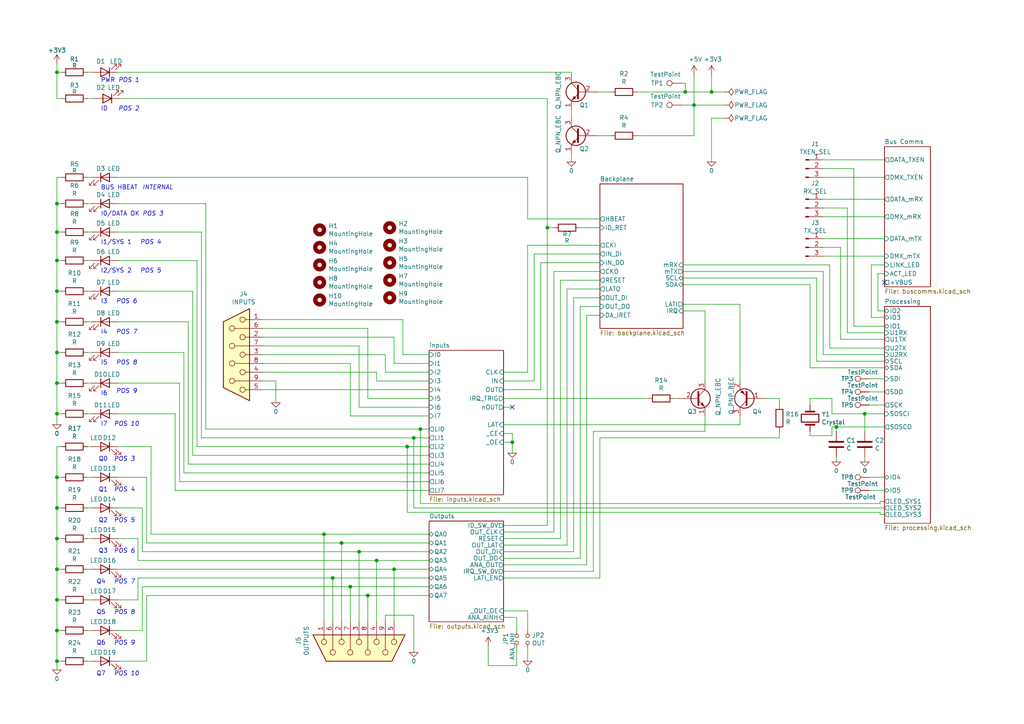
<source format=kicad_sch>
(kicad_sch (version 20211123) (generator eeschema)
  (paper "A4")
  (lib_symbols
    (symbol "Connector:Conn_01x03_Male" (pin_names (offset 1.016) hide)
      (property "Reference" "J" (at 0 5.08 0))
      (property "Value" "Conn_01x03_Male" (at 0 -5.08 0))
      (symbol "Conn_01x03_Male_1_1"
        (pin passive line (at 5.08 2.54 180) (length 3.81) (name "Pin_1") (number "1"))
        (pin passive line (at 5.08 0 180) (length 3.81) (name "Pin_2") (number "2"))
        (pin passive line (at 5.08 -2.54 180) (length 3.81) (name "Pin_3") (number "3"))
      )
    )
    (symbol "Connector:DB9_Female" (pin_names (offset 1.016) hide)
      (property "Reference" "J" (at 0 13.97 0))
      (property "Value" "DB9_Female" (at 0 -14.605 0))
      (symbol "DB9_Female_1_1"
        (pin passive line (at -7.62 10.16 0) (length 3.81) (name "1") (number "1"))
        (pin passive line (at -7.62 5.08 0) (length 3.81) (name "2") (number "2"))
        (pin passive line (at -7.62 0 0) (length 3.81) (name "3") (number "3"))
        (pin passive line (at -7.62 -5.08 0) (length 3.81) (name "4") (number "4"))
        (pin passive line (at -7.62 -10.16 0) (length 3.81) (name "5") (number "5"))
        (pin passive line (at -7.62 7.62 0) (length 3.81) (name "6") (number "6"))
        (pin passive line (at -7.62 2.54 0) (length 3.81) (name "7") (number "7"))
        (pin passive line (at -7.62 -2.54 0) (length 3.81) (name "8") (number "8"))
        (pin passive line (at -7.62 -7.62 0) (length 3.81) (name "9") (number "9"))
      )
    )
    (symbol "Connector:TestPoint" (pin_numbers hide) (pin_names (offset 0.762) hide)
      (property "Reference" "TP" (at 0 6.858 0))
      (property "Value" "TestPoint" (at 0 5.08 0))
      (symbol "TestPoint_1_1"
        (pin passive line (at 0 0 90) (length 2.54) (name "1") (number "1"))
      )
    )
    (symbol "Device:C" (pin_numbers hide) (pin_names (offset 0.254))
      (property "Reference" "C" (at 0.635 2.54 0))
      (property "Value" "C" (at 0.635 -2.54 0))
      (symbol "C_1_1"
        (pin passive line (at 0 3.81 270) (length 2.794) (name "~") (number "1"))
        (pin passive line (at 0 -3.81 90) (length 2.794) (name "~") (number "2"))
      )
    )
    (symbol "Device:Crystal" (pin_numbers hide) (pin_names (offset 1.016) hide)
      (property "Reference" "Y" (at 0 3.81 0))
      (property "Value" "Crystal" (at 0 -3.81 0))
      (symbol "Crystal_1_1"
        (pin passive line (at -3.81 0 0) (length 1.27) (name "1") (number "1"))
        (pin passive line (at 3.81 0 180) (length 1.27) (name "2") (number "2"))
      )
    )
    (symbol "Device:Jumper_NO_Small" (pin_numbers hide) (pin_names (offset 0.762) hide)
      (property "Reference" "JP" (at 0 2.032 0))
      (property "Value" "Device_Jumper_NO_Small" (at 0.254 -1.524 0))
      (symbol "Jumper_NO_Small_0_1"
        (pin passive line (at -2.54 0 0) (length 1.016) (name "1") (number "1"))
        (pin passive line (at 2.54 0 180) (length 1.016) (name "2") (number "2"))
      )
    )
    (symbol "Device:LED" (pin_numbers hide) (pin_names (offset 1.016) hide)
      (property "Reference" "D" (at 0 2.54 0))
      (property "Value" "LED" (at 0 -2.54 0))
      (symbol "LED_1_1"
        (pin passive line (at -3.81 0 0) (length 2.54) (name "K") (number "1"))
        (pin passive line (at 3.81 0 180) (length 2.54) (name "A") (number "2"))
      )
    )
    (symbol "Device:Q_NPN_EBC" (pin_names (offset 0) hide)
      (property "Reference" "Q" (at 5.08 1.27 0))
      (property "Value" "Q_NPN_EBC" (at 5.08 -1.27 0))
      (symbol "Q_NPN_EBC_1_1"
        (pin passive line (at 2.54 -5.08 90) (length 2.54) (name "E") (number "1"))
        (pin passive line (at -5.08 0 0) (length 5.715) (name "B") (number "2"))
        (pin passive line (at 2.54 5.08 270) (length 2.54) (name "C") (number "3"))
      )
    )
    (symbol "Device:Q_PNP_BEC" (pin_names (offset 0) hide)
      (property "Reference" "Q" (at 5.08 1.27 0))
      (property "Value" "Q_PNP_BEC" (at 5.08 -1.27 0))
      (symbol "Q_PNP_BEC_1_1"
        (pin input line (at -5.08 0 0) (length 5.715) (name "B") (number "1"))
        (pin passive line (at 2.54 -5.08 90) (length 2.54) (name "E") (number "2"))
        (pin passive line (at 2.54 5.08 270) (length 2.54) (name "C") (number "3"))
      )
    )
    (symbol "Device:R" (pin_numbers hide) (pin_names (offset 0))
      (property "Reference" "R" (at 2.032 0 90))
      (property "Value" "R" (at 0 0 90))
      (symbol "R_1_1"
        (pin passive line (at 0 3.81 270) (length 1.27) (name "~") (number "1"))
        (pin passive line (at 0 -3.81 90) (length 1.27) (name "~") (number "2"))
      )
    )
    (symbol "Mechanical:MountingHole" (pin_names (offset 1.016))
      (property "Reference" "H" (at 0 5.08 0))
      (property "Value" "MountingHole" (at 0 3.175 0))
    )
    (symbol "power:+3V3" (power) (pin_names (offset 0))
      (property "Value" "+3V3" (at 0 3.556 0))
      (symbol "+3V3_1_1"
        (pin power_in line (at 0 0 90) (length 0) hide (name "+3V3") (number "1"))
      )
    )
    (symbol "power:+5V" (power) (pin_names (offset 0))
      (property "Value" "+5V" (at 0 3.556 0))
      (symbol "+5V_1_1"
        (pin power_in line (at 0 0 90) (length 0) hide (name "+5V") (number "1"))
      )
    )
    (symbol "power:PWR_FLAG" (power) (pin_numbers hide) (pin_names (offset 0) hide)
      (property "Value" "PWR_FLAG" (at 0 3.81 0))
      (symbol "PWR_FLAG_0_0"
        (pin power_out line (at 0 0 90) (length 0) (name "pwr") (number "1"))
      )
    )
    (symbol "pspice:0" (power) (pin_names (offset 0))
      (property "Value" "0" (at 0 -1.778 0))
      (symbol "0_1_1"
        (pin power_in line (at 0 0 0) (length 0) hide (name "0") (number "1"))
      )
    )
  )
  (junction (at 16.51 20.955))
  (junction (at 120.015 127))
  (junction (at 93.98 154.94))
  (junction (at 16.51 147.32))
  (junction (at 16.51 111.125))
  (junction (at 16.51 138.43))
  (junction (at 114.3 165.1))
  (junction (at 16.51 84.455))
  (junction (at 101.6 170.18))
  (junction (at 16.51 59.055))
  (junction (at 16.51 191.77))
  (junction (at 109.22 162.56))
  (junction (at 242.57 123.825))
  (junction (at 198.755 26.67))
  (junction (at 16.51 67.31))
  (junction (at 148.59 128.27))
  (junction (at 16.51 182.88))
  (junction (at 118.11 129.54))
  (junction (at 16.51 93.345))
  (junction (at 158.75 66.04))
  (junction (at 201.295 30.48))
  (junction (at 16.51 75.565))
  (junction (at 206.375 26.67))
  (junction (at 106.68 172.72))
  (junction (at 104.14 160.02))
  (junction (at 99.06 157.48))
  (junction (at 121.92 124.46))
  (junction (at 16.51 102.235))
  (junction (at 96.52 167.64))
  (junction (at 16.51 165.1))
  (junction (at 16.51 173.99))
  (junction (at 250.825 120.015))
  (junction (at 16.51 156.21))
  (junction (at 16.51 120.015))
  (no_connect (at 256.54 81.915))
  (no_connect (at 148.59 118.11))
  (wire (pts (xy 17.78 156.21) (xy 16.51 156.21)))
  (wire (pts (xy 96.52 180.34) (xy 96.52 167.64)))
  (wire (pts (xy 256.54 69.215) (xy 238.76 69.215)))
  (wire (pts (xy 26.67 20.955) (xy 25.4 20.955)))
  (wire (pts (xy 111.76 107.95) (xy 124.46 107.95)))
  (wire (pts (xy 206.375 21.59) (xy 206.375 26.67)))
  (wire (pts (xy 114.3 180.34) (xy 114.3 165.1)))
  (wire (pts (xy 109.22 180.34) (xy 109.22 162.56)))
  (wire (pts (xy 101.6 170.18) (xy 124.46 170.18)))
  (wire (pts (xy 166.37 86.36) (xy 173.99 86.36)))
  (wire (pts (xy 173.99 81.28) (xy 162.56 81.28)))
  (wire (pts (xy 254.635 90.17) (xy 254.635 79.375)))
  (wire (pts (xy 256.54 90.17) (xy 254.635 90.17)))
  (wire (pts (xy 226.06 125.095) (xy 226.06 127)))
  (wire (pts (xy 99.06 157.48) (xy 124.46 157.48)))
  (wire (pts (xy 109.22 162.56) (xy 124.46 162.56)))
  (wire (pts (xy 195.58 115.57) (xy 196.85 115.57)))
  (wire (pts (xy 111.76 107.95) (xy 111.76 102.87)))
  (wire (pts (xy 101.6 170.18) (xy 101.6 180.34)))
  (wire (pts (xy 42.545 157.48) (xy 42.545 138.43)))
  (wire (pts (xy 118.11 148.59) (xy 255.27 148.59)))
  (wire (pts (xy 204.47 120.65) (xy 204.47 125.095)))
  (wire (pts (xy 106.68 95.25) (xy 106.68 115.57)))
  (wire (pts (xy 256.54 113.665) (xy 252.095 113.665)))
  (wire (pts (xy 256.54 74.295) (xy 238.76 74.295)))
  (wire (pts (xy 252.73 76.835) (xy 256.54 76.835)))
  (wire (pts (xy 120.015 147.32) (xy 120.015 127)))
  (wire (pts (xy 172.085 125.095) (xy 172.085 165.735)))
  (wire (pts (xy 58.42 127) (xy 120.015 127)))
  (wire (pts (xy 118.11 129.54) (xy 124.46 129.54)))
  (wire (pts (xy 234.95 82.55) (xy 234.95 106.68)))
  (wire (pts (xy 256.54 46.355) (xy 238.76 46.355)))
  (wire (pts (xy 16.51 93.345) (xy 16.51 102.235)))
  (wire (pts (xy 156.845 76.2) (xy 173.99 76.2)))
  (wire (pts (xy 148.59 128.27) (xy 148.59 125.73)))
  (wire (pts (xy 25.4 191.77) (xy 26.67 191.77)))
  (wire (pts (xy 43.815 154.94) (xy 43.815 129.54)))
  (wire (pts (xy 34.925 28.575) (xy 158.75 28.575)))
  (wire (pts (xy 256.54 92.075) (xy 252.73 92.075)))
  (wire (pts (xy 34.29 51.435) (xy 153.035 51.435)))
  (wire (pts (xy 121.92 146.05) (xy 255.27 146.05)))
  (wire (pts (xy 34.29 93.345) (xy 54.61 93.345)))
  (wire (pts (xy 41.275 147.32) (xy 34.29 147.32)))
  (wire (pts (xy 256.54 102.87) (xy 238.76 102.87)))
  (wire (pts (xy 106.68 180.34) (xy 106.68 172.72)))
  (wire (pts (xy 76.2 102.87) (xy 111.76 102.87)))
  (wire (pts (xy 55.88 132.08) (xy 55.88 84.455)))
  (wire (pts (xy 111.76 178.435) (xy 120.015 178.435)))
  (wire (pts (xy 26.67 165.1) (xy 25.4 165.1)))
  (wire (pts (xy 80.01 110.49) (xy 80.01 116.84)))
  (wire (pts (xy 26.67 93.345) (xy 25.4 93.345)))
  (wire (pts (xy 34.29 182.88) (xy 41.275 182.88)))
  (wire (pts (xy 17.78 75.565) (xy 16.51 75.565)))
  (wire (pts (xy 99.06 180.34) (xy 99.06 157.48)))
  (wire (pts (xy 41.275 170.18) (xy 101.6 170.18)))
  (wire (pts (xy 153.035 63.5) (xy 153.035 51.435)))
  (wire (pts (xy 158.75 28.575) (xy 158.75 66.04)))
  (wire (pts (xy 93.98 154.94) (xy 124.46 154.94)))
  (wire (pts (xy 256.54 138.43) (xy 252.095 138.43)))
  (wire (pts (xy 242.57 133.985) (xy 242.57 132.715)))
  (wire (pts (xy 50.8 142.24) (xy 124.46 142.24)))
  (wire (pts (xy 76.2 92.71) (xy 116.84 92.71)))
  (wire (pts (xy 26.67 111.125) (xy 25.4 111.125)))
  (wire (pts (xy 255.27 146.05) (xy 255.27 145.415)))
  (wire (pts (xy 243.84 71.755) (xy 238.76 71.755)))
  (wire (pts (xy 34.29 84.455) (xy 55.88 84.455)))
  (wire (pts (xy 153.035 63.5) (xy 173.99 63.5)))
  (wire (pts (xy 16.51 18.415) (xy 16.51 20.955)))
  (wire (pts (xy 17.78 84.455) (xy 16.51 84.455)))
  (wire (pts (xy 226.06 115.57) (xy 222.25 115.57)))
  (wire (pts (xy 59.69 124.46) (xy 59.69 59.055)))
  (wire (pts (xy 184.785 39.37) (xy 201.295 39.37)))
  (wire (pts (xy 173.99 127) (xy 173.99 167.64)))
  (wire (pts (xy 255.27 149.225) (xy 255.27 148.59)))
  (wire (pts (xy 168.275 88.9) (xy 168.275 161.925)))
  (wire (pts (xy 34.29 120.015) (xy 50.8 120.015)))
  (wire (pts (xy 164.465 83.82) (xy 173.99 83.82)))
  (wire (pts (xy 201.295 39.37) (xy 201.295 30.48)))
  (wire (pts (xy 41.275 160.02) (xy 104.14 160.02)))
  (wire (pts (xy 43.815 154.94) (xy 93.98 154.94)))
  (wire (pts (xy 40.005 162.56) (xy 40.005 156.21)))
  (wire (pts (xy 54.61 134.62) (xy 124.46 134.62)))
  (wire (pts (xy 17.78 20.955) (xy 16.51 20.955)))
  (wire (pts (xy 16.51 138.43) (xy 16.51 147.32)))
  (wire (pts (xy 247.65 48.895) (xy 238.76 48.895)))
  (wire (pts (xy 76.2 107.95) (xy 109.22 107.95)))
  (wire (pts (xy 16.51 59.055) (xy 16.51 51.435)))
  (wire (pts (xy 114.3 165.1) (xy 124.46 165.1)))
  (wire (pts (xy 243.84 98.425) (xy 256.54 98.425)))
  (wire (pts (xy 16.51 156.21) (xy 16.51 165.1)))
  (wire (pts (xy 26.67 147.32) (xy 25.4 147.32)))
  (wire (pts (xy 16.51 165.1) (xy 16.51 173.99)))
  (wire (pts (xy 121.92 124.46) (xy 121.92 146.05)))
  (wire (pts (xy 26.67 129.54) (xy 25.4 129.54)))
  (wire (pts (xy 40.005 156.21) (xy 34.29 156.21)))
  (wire (pts (xy 149.86 193.04) (xy 149.86 187.96)))
  (wire (pts (xy 17.78 129.54) (xy 16.51 129.54)))
  (wire (pts (xy 16.51 20.955) (xy 16.51 28.575)))
  (wire (pts (xy 104.14 160.02) (xy 124.46 160.02)))
  (wire (pts (xy 236.855 104.775) (xy 256.54 104.775)))
  (wire (pts (xy 26.67 120.015) (xy 25.4 120.015)))
  (wire (pts (xy 17.78 173.99) (xy 16.51 173.99)))
  (wire (pts (xy 101.6 105.41) (xy 101.6 120.65)))
  (wire (pts (xy 16.51 75.565) (xy 16.51 84.455)))
  (wire (pts (xy 146.05 158.115) (xy 164.465 158.115)))
  (wire (pts (xy 146.05 179.07) (xy 149.86 179.07)))
  (wire (pts (xy 256.54 109.855) (xy 252.095 109.855)))
  (wire (pts (xy 104.14 180.34) (xy 104.14 160.02)))
  (wire (pts (xy 238.76 78.74) (xy 238.76 102.87)))
  (wire (pts (xy 241.3 120.015) (xy 250.825 120.015)))
  (wire (pts (xy 252.73 92.075) (xy 252.73 76.835)))
  (wire (pts (xy 245.745 96.52) (xy 245.745 60.325)))
  (wire (pts (xy 40.005 167.64) (xy 96.52 167.64)))
  (wire (pts (xy 50.8 120.015) (xy 50.8 142.24)))
  (wire (pts (xy 17.78 120.015) (xy 16.51 120.015)))
  (wire (pts (xy 116.84 102.87) (xy 124.46 102.87)))
  (wire (pts (xy 187.96 115.57) (xy 146.05 115.57)))
  (wire (pts (xy 173.99 127) (xy 226.06 127)))
  (wire (pts (xy 58.42 127) (xy 58.42 67.31)))
  (wire (pts (xy 148.59 118.11) (xy 146.05 118.11)))
  (wire (pts (xy 166.37 86.36) (xy 166.37 160.02)))
  (wire (pts (xy 146.05 160.02) (xy 166.37 160.02)))
  (wire (pts (xy 17.78 138.43) (xy 16.51 138.43)))
  (wire (pts (xy 43.815 129.54) (xy 34.29 129.54)))
  (wire (pts (xy 146.05 128.27) (xy 148.59 128.27)))
  (wire (pts (xy 146.05 177.165) (xy 153.035 177.165)))
  (wire (pts (xy 106.68 172.72) (xy 124.46 172.72)))
  (wire (pts (xy 26.67 182.88) (xy 25.4 182.88)))
  (wire (pts (xy 141.605 193.04) (xy 149.86 193.04)))
  (wire (pts (xy 146.05 167.64) (xy 173.99 167.64)))
  (wire (pts (xy 170.18 91.44) (xy 170.18 163.83)))
  (wire (pts (xy 40.005 162.56) (xy 109.22 162.56)))
  (wire (pts (xy 76.2 97.79) (xy 114.3 97.79)))
  (wire (pts (xy 256.54 57.785) (xy 238.76 57.785)))
  (wire (pts (xy 146.05 107.95) (xy 153.035 107.95)))
  (wire (pts (xy 104.14 100.33) (xy 104.14 118.11)))
  (wire (pts (xy 17.78 93.345) (xy 16.51 93.345)))
  (wire (pts (xy 17.78 67.31) (xy 16.51 67.31)))
  (wire (pts (xy 247.65 94.615) (xy 247.65 48.895)))
  (wire (pts (xy 173.99 91.44) (xy 170.18 91.44)))
  (wire (pts (xy 146.05 156.21) (xy 162.56 156.21)))
  (wire (pts (xy 16.51 191.77) (xy 16.51 194.31)))
  (wire (pts (xy 16.51 147.32) (xy 16.51 156.21)))
  (wire (pts (xy 226.06 117.475) (xy 226.06 115.57)))
  (wire (pts (xy 153.035 71.12) (xy 173.99 71.12)))
  (wire (pts (xy 160.655 66.04) (xy 158.75 66.04)))
  (wire (pts (xy 197.485 30.48) (xy 201.295 30.48)))
  (wire (pts (xy 141.605 187.325) (xy 141.605 193.04)))
  (wire (pts (xy 184.785 26.67) (xy 198.755 26.67)))
  (wire (pts (xy 104.14 118.11) (xy 124.46 118.11)))
  (wire (pts (xy 206.375 34.29) (xy 210.185 34.29)))
  (wire (pts (xy 57.15 129.54) (xy 118.11 129.54)))
  (wire (pts (xy 214.63 88.265) (xy 198.12 88.265)))
  (wire (pts (xy 241.3 126.365) (xy 234.95 126.365)))
  (wire (pts (xy 26.67 156.21) (xy 25.4 156.21)))
  (wire (pts (xy 256.54 51.435) (xy 238.76 51.435)))
  (wire (pts (xy 76.2 113.03) (xy 124.46 113.03)))
  (wire (pts (xy 198.755 26.67) (xy 206.375 26.67)))
  (wire (pts (xy 154.94 73.66) (xy 154.94 110.49)))
  (wire (pts (xy 40.005 167.64) (xy 40.005 173.99)))
  (wire (pts (xy 26.67 67.31) (xy 25.4 67.31)))
  (wire (pts (xy 27.305 28.575) (xy 25.4 28.575)))
  (wire (pts (xy 198.12 78.74) (xy 238.76 78.74)))
  (wire (pts (xy 198.755 24.13) (xy 198.755 26.67)))
  (wire (pts (xy 173.355 26.67) (xy 177.165 26.67)))
  (wire (pts (xy 210.185 26.67) (xy 206.375 26.67)))
  (wire (pts (xy 201.295 21.59) (xy 201.295 30.48)))
  (wire (pts (xy 76.2 100.33) (xy 104.14 100.33)))
  (wire (pts (xy 34.29 59.055) (xy 59.69 59.055)))
  (wire (pts (xy 16.51 173.99) (xy 16.51 182.88)))
  (wire (pts (xy 59.69 124.46) (xy 121.92 124.46)))
  (wire (pts (xy 241.3 123.825) (xy 241.3 126.365)))
  (wire (pts (xy 34.29 102.235) (xy 53.34 102.235)))
  (wire (pts (xy 236.855 80.645) (xy 236.855 104.775)))
  (wire (pts (xy 16.51 59.055) (xy 16.51 67.31)))
  (wire (pts (xy 52.07 111.125) (xy 52.07 139.7)))
  (wire (pts (xy 76.2 95.25) (xy 106.68 95.25)))
  (wire (pts (xy 42.545 172.72) (xy 42.545 191.77)))
  (wire (pts (xy 168.275 66.04) (xy 173.99 66.04)))
  (wire (pts (xy 26.67 59.055) (xy 25.4 59.055)))
  (wire (pts (xy 16.51 51.435) (xy 17.78 51.435)))
  (wire (pts (xy 17.78 28.575) (xy 16.51 28.575)))
  (wire (pts (xy 250.825 133.985) (xy 250.825 132.715)))
  (wire (pts (xy 120.015 147.32) (xy 256.54 147.32)))
  (wire (pts (xy 241.3 115.57) (xy 241.3 120.015)))
  (wire (pts (xy 156.845 76.2) (xy 156.845 113.03)))
  (wire (pts (xy 41.275 160.02) (xy 41.275 147.32)))
  (wire (pts (xy 16.51 102.235) (xy 16.51 111.125)))
  (wire (pts (xy 245.745 96.52) (xy 256.54 96.52)))
  (wire (pts (xy 241.3 123.825) (xy 242.57 123.825)))
  (wire (pts (xy 34.29 191.77) (xy 42.545 191.77)))
  (wire (pts (xy 243.84 98.425) (xy 243.84 71.755)))
  (wire (pts (xy 96.52 167.64) (xy 124.46 167.64)))
  (wire (pts (xy 26.67 173.99) (xy 25.4 173.99)))
  (wire (pts (xy 255.27 145.415) (xy 256.54 145.415)))
  (wire (pts (xy 162.56 81.28) (xy 162.56 156.21)))
  (wire (pts (xy 42.545 157.48) (xy 99.06 157.48)))
  (wire (pts (xy 42.545 172.72) (xy 106.68 172.72)))
  (wire (pts (xy 16.51 191.77) (xy 17.78 191.77)))
  (wire (pts (xy 16.51 67.31) (xy 16.51 75.565)))
  (wire (pts (xy 153.035 71.12) (xy 153.035 107.95)))
  (wire (pts (xy 41.275 170.18) (xy 41.275 182.88)))
  (wire (pts (xy 198.12 80.645) (xy 236.855 80.645)))
  (wire (pts (xy 124.46 115.57) (xy 106.68 115.57)))
  (wire (pts (xy 148.59 128.27) (xy 148.59 131.445)))
  (wire (pts (xy 165.735 46.99) (xy 165.735 44.45)))
  (wire (pts (xy 34.29 165.1) (xy 114.3 165.1)))
  (wire (pts (xy 160.655 78.74) (xy 160.655 154.305)))
  (wire (pts (xy 234.95 126.365) (xy 234.95 125.095)))
  (wire (pts (xy 149.86 182.88) (xy 149.86 179.07)))
  (wire (pts (xy 198.12 90.17) (xy 204.47 90.17)))
  (wire (pts (xy 80.01 110.49) (xy 76.2 110.49)))
  (wire (pts (xy 146.05 123.19) (xy 214.63 123.19)))
  (wire (pts (xy 34.29 111.125) (xy 52.07 111.125)))
  (wire (pts (xy 26.67 51.435) (xy 25.4 51.435)))
  (wire (pts (xy 34.29 75.565) (xy 57.15 75.565)))
  (wire (pts (xy 160.655 78.74) (xy 173.99 78.74)))
  (wire (pts (xy 201.295 30.48) (xy 210.185 30.48)))
  (wire (pts (xy 16.51 129.54) (xy 16.51 138.43)))
  (wire (pts (xy 242.57 125.095) (xy 242.57 123.825)))
  (wire (pts (xy 197.485 24.13) (xy 198.755 24.13)))
  (wire (pts (xy 120.015 189.23) (xy 120.015 178.435)))
  (wire (pts (xy 256.54 149.225) (xy 255.27 149.225)))
  (wire (pts (xy 26.67 138.43) (xy 25.4 138.43)))
  (wire (pts (xy 242.57 123.825) (xy 256.54 123.825)))
  (wire (pts (xy 54.61 93.345) (xy 54.61 134.62)))
  (wire (pts (xy 234.95 115.57) (xy 241.3 115.57)))
  (wire (pts (xy 52.07 139.7) (xy 124.46 139.7)))
  (wire (pts (xy 118.11 148.59) (xy 118.11 129.54)))
  (wire (pts (xy 214.63 88.265) (xy 214.63 110.49)))
  (wire (pts (xy 121.92 124.46) (xy 124.46 124.46)))
  (wire (pts (xy 53.34 137.16) (xy 53.34 102.235)))
  (wire (pts (xy 146.05 161.925) (xy 168.275 161.925)))
  (wire (pts (xy 34.29 67.31) (xy 58.42 67.31)))
  (wire (pts (xy 17.78 111.125) (xy 16.51 111.125)))
  (wire (pts (xy 146.05 152.4) (xy 158.75 152.4)))
  (wire (pts (xy 234.95 117.475) (xy 234.95 115.57)))
  (wire (pts (xy 254.635 79.375) (xy 256.54 79.375)))
  (wire (pts (xy 120.015 127) (xy 124.46 127)))
  (wire (pts (xy 146.05 113.03) (xy 156.845 113.03)))
  (wire (pts (xy 146.05 125.73) (xy 148.59 125.73)))
  (wire (pts (xy 146.05 165.735) (xy 172.085 165.735)))
  (wire (pts (xy 146.05 110.49) (xy 154.94 110.49)))
  (wire (pts (xy 57.15 129.54) (xy 57.15 75.565)))
  (wire (pts (xy 55.88 132.08) (xy 124.46 132.08)))
  (wire (pts (xy 146.05 163.83) (xy 170.18 163.83)))
  (wire (pts (xy 168.275 88.9) (xy 173.99 88.9)))
  (wire (pts (xy 76.2 105.41) (xy 101.6 105.41)))
  (wire (pts (xy 165.735 20.955) (xy 165.735 21.59)))
  (wire (pts (xy 238.76 60.325) (xy 245.745 60.325)))
  (wire (pts (xy 53.34 137.16) (xy 124.46 137.16)))
  (wire (pts (xy 250.825 120.015) (xy 256.54 120.015)))
  (wire (pts (xy 16.51 111.125) (xy 16.51 120.015)))
  (wire (pts (xy 34.29 138.43) (xy 42.545 138.43)))
  (wire (pts (xy 206.375 34.29) (xy 206.375 46.99)))
  (wire (pts (xy 177.165 39.37) (xy 173.355 39.37)))
  (wire (pts (xy 146.05 154.305) (xy 160.655 154.305)))
  (wire (pts (xy 256.54 62.865) (xy 238.76 62.865)))
  (wire (pts (xy 256.54 142.24) (xy 252.095 142.24)))
  (wire (pts (xy 198.12 82.55) (xy 234.95 82.55)))
  (wire (pts (xy 101.6 120.65) (xy 124.46 120.65)))
  (wire (pts (xy 172.085 125.095) (xy 204.47 125.095)))
  (wire (pts (xy 250.825 125.095) (xy 250.825 120.015)))
  (wire (pts (xy 26.67 84.455) (xy 25.4 84.455)))
  (wire (pts (xy 16.51 123.19) (xy 16.51 120.015)))
  (wire (pts (xy 34.29 173.99) (xy 40.005 173.99)))
  (wire (pts (xy 164.465 83.82) (xy 164.465 158.115)))
  (wire (pts (xy 234.95 106.68) (xy 256.54 106.68)))
  (wire (pts (xy 240.665 100.965) (xy 256.54 100.965)))
  (wire (pts (xy 165.735 31.75) (xy 165.735 34.29)))
  (wire (pts (xy 153.035 187.96) (xy 153.035 191.77)))
  (wire (pts (xy 158.75 66.04) (xy 158.75 152.4)))
  (wire (pts (xy 204.47 90.17) (xy 204.47 110.49)))
  (wire (pts (xy 153.035 177.165) (xy 153.035 182.88)))
  (wire (pts (xy 34.29 20.955) (xy 165.735 20.955)))
  (wire (pts (xy 109.22 110.49) (xy 124.46 110.49)))
  (wire (pts (xy 26.67 75.565) (xy 25.4 75.565)))
  (wire (pts (xy 16.51 182.88) (xy 16.51 191.77)))
  (wire (pts (xy 240.665 76.835) (xy 240.665 100.965)))
  (wire (pts (xy 17.78 147.32) (xy 16.51 147.32)))
  (wire (pts (xy 116.84 102.87) (xy 116.84 92.71)))
  (wire (pts (xy 17.78 165.1) (xy 16.51 165.1)))
  (wire (pts (xy 114.3 105.41) (xy 124.46 105.41)))
  (wire (pts (xy 109.22 110.49) (xy 109.22 107.95)))
  (wire (pts (xy 111.76 178.435) (xy 111.76 180.34)))
  (wire (pts (xy 256.54 117.475) (xy 252.095 117.475)))
  (wire (pts (xy 247.65 94.615) (xy 256.54 94.615)))
  (wire (pts (xy 26.67 102.235) (xy 25.4 102.235)))
  (wire (pts (xy 17.78 182.88) (xy 16.51 182.88)))
  (wire (pts (xy 214.63 120.65) (xy 214.63 123.19)))
  (wire (pts (xy 198.12 76.835) (xy 240.665 76.835)))
  (wire (pts (xy 17.78 59.055) (xy 16.51 59.055)))
  (wire (pts (xy 17.78 102.235) (xy 16.51 102.235)))
  (wire (pts (xy 16.51 84.455) (xy 16.51 93.345)))
  (wire (pts (xy 114.3 105.41) (xy 114.3 97.79)))
  (wire (pts (xy 154.94 73.66) (xy 173.99 73.66)))
  (wire (pts (xy 93.98 180.34) (xy 93.98 154.94)))
  (text "Q2" (at 28.575 151.765 0) (effects (font (size 1.27 1.27)) (justify left bottom)))
  (text "POS 6" (at 33.02 160.655 0) (effects (font (size 1.27 1.27) italic) (justify left bottom)))
  (text "POS 10" (at 33.02 123.825 0) (effects (font (size 1.27 1.27) italic) (justify left bottom)))
  (text "POS 5" (at 40.64 79.375 0) (effects (font (size 1.27 1.27) italic) (justify left bottom)))
  (text "POS 6" (at 33.655 88.265 0) (effects (font (size 1.27 1.27) italic) (justify left bottom)))
  (text "POS 3" (at 33.02 133.985 0) (effects (font (size 1.27 1.27) italic) (justify left bottom)))
  (text "POS 8" (at 33.655 106.045 0) (effects (font (size 1.27 1.27) italic) (justify left bottom)))
  (text "POS 9" (at 33.02 187.325 0) (effects (font (size 1.27 1.27) italic) (justify left bottom)))
  (text "Q6" (at 27.94 187.325 0) (effects (font (size 1.27 1.27)) (justify left bottom)))
  (text "Q4" (at 27.94 169.545 0) (effects (font (size 1.27 1.27)) (justify left bottom)))
  (text "I3" (at 29.21 88.265 0) (effects (font (size 1.27 1.27)) (justify left bottom)))
  (text "I1/SYS 1" (at 29.21 71.12 0) (effects (font (size 1.27 1.27)) (justify left bottom)))
  (text "Q1" (at 28.575 142.875 0) (effects (font (size 1.27 1.27)) (justify left bottom)))
  (text "I2/SYS 2" (at 29.21 79.375 0) (effects (font (size 1.27 1.27)) (justify left bottom)))
  (text "POS 5" (at 33.02 151.765 0) (effects (font (size 1.27 1.27) italic) (justify left bottom)))
  (text "POS 3" (at 41.275 62.865 0) (effects (font (size 1.27 1.27) italic) (justify left bottom)))
  (text "Q3" (at 28.575 160.655 0) (effects (font (size 1.27 1.27)) (justify left bottom)))
  (text "POS 7" (at 33.02 169.545 0) (effects (font (size 1.27 1.27) italic) (justify left bottom)))
  (text "I5" (at 29.21 106.045 0) (effects (font (size 1.27 1.27)) (justify left bottom)))
  (text "Q5" (at 27.94 178.435 0) (effects (font (size 1.27 1.27)) (justify left bottom)))
  (text "POS 2" (at 34.29 32.385 0) (effects (font (size 1.27 1.27) italic) (justify left bottom)))
  (text "POS 8" (at 33.02 178.435 0) (effects (font (size 1.27 1.27) italic) (justify left bottom)))
  (text "INTERNAL" (at 41.275 55.245 0) (effects (font (size 1.27 1.27) italic) (justify left bottom)))
  (text "POS 9" (at 33.655 114.3 0) (effects (font (size 1.27 1.27) italic) (justify left bottom)))
  (text "I0/DATA OK" (at 29.21 62.865 0) (effects (font (size 1.27 1.27)) (justify left bottom)))
  (text "PWR" (at 29.21 24.13 0) (effects (font (size 1.27 1.27)) (justify left bottom)))
  (text "POS 4" (at 33.02 142.875 0) (effects (font (size 1.27 1.27) italic) (justify left bottom)))
  (text "Q0" (at 28.575 133.985 0) (effects (font (size 1.27 1.27)) (justify left bottom)))
  (text "POS 1" (at 34.29 24.13 0) (effects (font (size 1.27 1.27) italic) (justify left bottom)))
  (text "ID" (at 29.21 32.385 0) (effects (font (size 1.27 1.27)) (justify left bottom)))
  (text "BUS HBEAT" (at 29.21 55.245 0) (effects (font (size 1.27 1.27)) (justify left bottom)))
  (text "I6" (at 29.21 114.935 0) (effects (font (size 1.27 1.27)) (justify left bottom)))
  (text "POS 4" (at 40.64 71.12 0) (effects (font (size 1.27 1.27) italic) (justify left bottom)))
  (text "Q7" (at 27.94 196.215 0) (effects (font (size 1.27 1.27)) (justify left bottom)))
  (text "I7" (at 29.21 123.825 0) (effects (font (size 1.27 1.27)) (justify left bottom)))
  (text "POS 10" (at 33.02 196.215 0) (effects (font (size 1.27 1.27) italic) (justify left bottom)))
  (text "I4" (at 29.21 97.155 0) (effects (font (size 1.27 1.27)) (justify left bottom)))
  (text "POS 7" (at 33.655 97.155 0) (effects (font (size 1.27 1.27) italic) (justify left bottom)))
  (symbol (lib_id "Connector:TestPoint") (at 197.485 30.48 90) (unit 1)
    (property "Reference" "TP2" (at 192.405 30.48 90) (effects (justify left)))
    (property "Value" "TestPoint" (at 197.485 27.94 90) (effects (justify left)))
    (property "Footprint" "TestPoint:TestPoint_Pad_D2.0mm" (effects hide))
  )
  (symbol (lib_id "Connector:TestPoint") (at 197.485 24.13 90) (unit 1)
    (property "Reference" "TP1" (at 192.405 24.13 90) (effects (justify left)))
    (property "Value" "TestPoint" (at 197.485 21.59 90) (effects (justify left)))
    (property "Footprint" "TestPoint:TestPoint_Pad_D2.0mm" (effects hide))
  )
  (symbol (lib_id "Connector:Conn_01x03_Male") (at 233.68 60.325 0) (unit 1)
    (property "Reference" "J2" (at 236.4232 53.1876 0))
    (property "Value" "RX_SEL" (at 236.4232 55.499 0))
    (property "Footprint" "Jumper:SolderJumper-3_P1.3mm_Open_Pad1.0x1.5mm_NumberLabels" (effects hide))
  )
  (symbol (lib_id "Connector:Conn_01x03_Male") (at 233.68 48.895 0) (unit 1)
    (property "Reference" "J1" (at 236.4232 41.7576 0))
    (property "Value" "TXEN_SEL" (at 236.4232 44.069 0))
    (property "Footprint" "Jumper:SolderJumper-3_P1.3mm_Open_Pad1.0x1.5mm_NumberLabels" (effects hide))
  )
  (symbol (lib_id "Connector:Conn_01x03_Male") (at 233.68 71.755 0) (unit 1)
    (property "Reference" "J3" (at 236.4232 64.6176 0))
    (property "Value" "TX_SEL" (at 236.4232 66.929 0))
    (property "Footprint" "Jumper:SolderJumper-3_P1.3mm_Open_Pad1.0x1.5mm_NumberLabels" (effects hide))
  )
  (symbol (lib_id "Device:R") (at 164.465 66.04 270) (unit 1)
    (property "Reference" "R7" (at 164.465 67.945 90))
    (property "Value" "R" (at 164.465 69.85 90))
    (property "Footprint" "Resistor_SMD:R_0805_2012Metric_Pad1.20x1.40mm_HandSolder" (effects hide))
  )
  (symbol (lib_id "Mechanical:MountingHole") (at 92.71 66.675 0) (unit 1)
    (property "Reference" "H1" (at 95.25 65.5066 0) (effects (justify left)))
    (property "Value" "MountingHole" (at 95.25 67.818 0) (effects (justify left)))
    (property "Footprint" "MountingHole:MountingHole_2.5mm" (effects hide))
  )
  (symbol (lib_id "Mechanical:MountingHole") (at 92.71 71.755 0) (unit 1)
    (property "Reference" "H4" (at 95.25 70.5866 0) (effects (justify left)))
    (property "Value" "MountingHole" (at 95.25 72.898 0) (effects (justify left)))
    (property "Footprint" "MountingHole:MountingHole_2.5mm" (effects hide))
  )
  (symbol (lib_id "Mechanical:MountingHole") (at 92.71 76.835 0) (unit 1)
    (property "Reference" "H6" (at 95.25 75.6666 0) (effects (justify left)))
    (property "Value" "MountingHole" (at 95.25 77.978 0) (effects (justify left)))
    (property "Footprint" "MountingHole:MountingHole_2.5mm" (effects hide))
  )
  (symbol (lib_id "Mechanical:MountingHole") (at 92.71 81.915 0) (unit 1)
    (property "Reference" "H8" (at 95.25 80.7466 0) (effects (justify left)))
    (property "Value" "MountingHole" (at 95.25 83.058 0) (effects (justify left)))
    (property "Footprint" "MountingHole:MountingHole_2.5mm" (effects hide))
  )
  (symbol (lib_id "Mechanical:MountingHole") (at 92.71 86.995 0) (unit 1)
    (property "Reference" "H10" (at 95.25 85.8266 0) (effects (justify left)))
    (property "Value" "MountingHole" (at 95.25 88.138 0) (effects (justify left)))
    (property "Footprint" "MountingHole:MountingHole_2.5mm" (effects hide))
  )
  (symbol (lib_id "Mechanical:MountingHole") (at 113.03 66.04 0) (unit 1)
    (property "Reference" "H2" (at 115.57 64.8716 0) (effects (justify left)))
    (property "Value" "MountingHole" (at 115.57 67.183 0) (effects (justify left)))
    (property "Footprint" "MountingHole:MountingHole_2.5mm" (effects hide))
  )
  (symbol (lib_id "Mechanical:MountingHole") (at 113.03 71.12 0) (unit 1)
    (property "Reference" "H3" (at 115.57 69.9516 0) (effects (justify left)))
    (property "Value" "MountingHole" (at 115.57 72.263 0) (effects (justify left)))
    (property "Footprint" "MountingHole:MountingHole_2.5mm" (effects hide))
  )
  (symbol (lib_id "Mechanical:MountingHole") (at 113.03 76.2 0) (unit 1)
    (property "Reference" "H5" (at 115.57 75.0316 0) (effects (justify left)))
    (property "Value" "MountingHole" (at 115.57 77.343 0) (effects (justify left)))
    (property "Footprint" "MountingHole:MountingHole_2.5mm" (effects hide))
  )
  (symbol (lib_id "Mechanical:MountingHole") (at 113.03 81.28 0) (unit 1)
    (property "Reference" "H7" (at 115.57 80.1116 0) (effects (justify left)))
    (property "Value" "MountingHole" (at 115.57 82.423 0) (effects (justify left)))
    (property "Footprint" "MountingHole:MountingHole_2.5mm" (effects hide))
  )
  (symbol (lib_id "Mechanical:MountingHole") (at 113.03 86.36 0) (unit 1)
    (property "Reference" "H9" (at 115.57 85.1916 0) (effects (justify left)))
    (property "Value" "MountingHole" (at 115.57 87.503 0) (effects (justify left)))
    (property "Footprint" "MountingHole:MountingHole_2.5mm" (effects hide))
  )
  (symbol (lib_id "Device:Jumper_NO_Small") (at 149.86 185.42 270) (unit 1)
    (property "Reference" "JP1" (at 146.685 183.515 0) (effects (justify left)))
    (property "Value" "ANA_INH" (at 148.59 183.515 0) (effects (justify left)))
    (property "Footprint" "Jumper:SolderJumper-2_P1.3mm_Open_Pad1.0x1.5mm" (effects hide))
  )
  (symbol (lib_id "Device:Jumper_NO_Small") (at 153.035 185.42 90) (unit 1)
    (property "Reference" "JP2" (at 154.2542 184.2516 90) (effects (justify right)))
    (property "Value" "OUT" (at 154.2542 186.563 90) (effects (justify right)))
    (property "Footprint" "Jumper:SolderJumper-2_P1.3mm_Open_Pad1.0x1.5mm" (effects hide))
  )
  (symbol (lib_id "pspice:0") (at 153.035 191.77 0) (unit 1)
    (property "Reference" "#GND09" (effects hide))
    (property "Value" "0" (at 153.035 194.31 0))
  )
  (symbol (lib_id "power:+3V3") (at 141.605 187.325 0) (unit 1)
    (property "Reference" "#PWR04" (effects hide))
    (property "Value" "+3V3" (at 141.986 182.9308 0))
  )
  (symbol (lib_id "Device:LED") (at 30.48 51.435 0) (unit 1)
    (property "Reference" "D3" (at 29.21 48.895 0))
    (property "Value" "LED" (at 33.02 48.895 0))
    (property "Footprint" "LED_SMD:LED_0603_1608Metric_Castellated" (effects hide))
  )
  (symbol (lib_id "Device:R") (at 21.59 51.435 270) (unit 1)
    (property "Reference" "R5" (at 21.59 47.625 90))
    (property "Value" "R" (at 21.59 49.53 90))
    (property "Footprint" "Resistor_SMD:R_0805_2012Metric_Pad1.20x1.40mm_HandSolder" (effects hide))
  )
  (symbol (lib_id "Device:Crystal") (at 234.95 121.285 270) (unit 1)
    (property "Reference" "Y1" (at 238.2774 120.1166 90) (effects (justify left)))
    (property "Value" "Crystal" (at 238.2774 122.428 90) (effects (justify left)))
    (property "Footprint" "Crystal:Crystal_Round_D3.0mm_Vertical" (effects hide))
  )
  (symbol (lib_id "pspice:0") (at 16.51 123.19 0) (unit 1)
    (property "Reference" "#GND04" (effects hide))
    (property "Value" "0" (at 16.51 125.73 0))
  )
  (symbol (lib_id "Connector:TestPoint") (at 252.095 138.43 90) (unit 1)
    (property "Reference" "TP8" (at 245.745 138.43 90))
    (property "Value" "TestPoint" (at 250.19 140.335 90))
    (property "Footprint" "TestPoint:TestPoint_Pad_D2.0mm" (effects hide))
  )
  (symbol (lib_id "Connector:TestPoint") (at 252.095 142.24 90) (unit 1)
    (property "Reference" "TP9" (at 245.745 142.24 90))
    (property "Value" "TestPoint" (at 249.555 144.145 90))
    (property "Footprint" "TestPoint:TestPoint_Pad_D2.0mm" (effects hide))
  )
  (symbol (lib_id "Connector:TestPoint") (at 252.095 109.855 90) (unit 1)
    (property "Reference" "TP3" (at 245.745 109.855 90))
    (property "Value" "TestPoint" (at 250.19 107.95 90))
    (property "Footprint" "TestPoint:TestPoint_Pad_D2.0mm" (effects hide))
  )
  (symbol (lib_id "Connector:TestPoint") (at 252.095 113.665 90) (unit 1)
    (property "Reference" "TP4" (at 245.745 113.665 90))
    (property "Value" "TestPoint" (at 250.19 111.76 90))
    (property "Footprint" "TestPoint:TestPoint_Pad_D2.0mm" (effects hide))
  )
  (symbol (lib_id "Connector:TestPoint") (at 252.095 117.475 90) (unit 1)
    (property "Reference" "TP5" (at 245.745 117.475 90))
    (property "Value" "TestPoint" (at 250.19 115.57 90))
    (property "Footprint" "TestPoint:TestPoint_Pad_D2.0mm" (effects hide))
  )
  (symbol (lib_id "Device:C") (at 242.57 128.905 0) (unit 1)
    (property "Reference" "C1" (at 245.491 127.7366 0) (effects (justify left)))
    (property "Value" "C" (at 245.491 130.048 0) (effects (justify left)))
    (property "Footprint" "Capacitor_SMD:C_0805_2012Metric_Pad1.18x1.45mm_HandSolder" (effects hide))
  )
  (symbol (lib_id "Device:C") (at 250.825 128.905 0) (unit 1)
    (property "Reference" "C2" (at 253.746 127.7366 0) (effects (justify left)))
    (property "Value" "C" (at 253.746 130.048 0) (effects (justify left)))
    (property "Footprint" "Capacitor_SMD:C_0805_2012Metric_Pad1.18x1.45mm_HandSolder" (effects hide))
  )
  (symbol (lib_id "pspice:0") (at 242.57 133.985 0) (unit 1)
    (property "Reference" "#GND06" (effects hide))
    (property "Value" "0" (at 242.57 136.525 0))
  )
  (symbol (lib_id "pspice:0") (at 250.825 133.985 0) (unit 1)
    (property "Reference" "#GND07" (effects hide))
    (property "Value" "0" (at 250.825 136.525 0))
  )
  (symbol (lib_id "Device:Q_NPN_EBC") (at 168.275 39.37 0) (mirror y) (unit 1)
    (property "Reference" "Q2" (at 170.815 43.18 0) (effects (justify left)))
    (property "Value" "Q_NPN_EBC" (at 161.925 44.45 90) (effects (justify left)))
    (property "Footprint" "Package_TO_SOT_SMD:SOT-23" (effects hide))
  )
  (symbol (lib_id "Device:R") (at 191.77 115.57 90) (unit 1)
    (property "Reference" "R14" (at 191.77 110.3122 90))
    (property "Value" "R" (at 191.77 112.6236 90))
    (property "Footprint" "Resistor_SMD:R_0805_2012Metric_Pad1.20x1.40mm_HandSolder" (effects hide))
  )
  (symbol (lib_id "Device:Q_PNP_BEC") (at 217.17 115.57 180) (unit 1)
    (property "Reference" "Q4" (at 220.98 119.38 0) (effects (justify left)))
    (property "Value" "Q_PNP_BEC" (at 212.09 109.22 90) (effects (justify left)))
    (property "Footprint" "Package_TO_SOT_SMD:SOT-23" (effects hide))
  )
  (symbol (lib_id "Device:R") (at 226.06 121.285 0) (unit 1)
    (property "Reference" "R16" (at 227.838 120.1166 0) (effects (justify left)))
    (property "Value" "R" (at 227.838 122.428 0) (effects (justify left)))
    (property "Footprint" "Resistor_SMD:R_0805_2012Metric_Pad1.20x1.40mm_HandSolder" (effects hide))
  )
  (symbol (lib_id "pspice:0") (at 148.59 131.445 0) (unit 1)
    (property "Reference" "#GND05" (effects hide))
    (property "Value" "0" (at 148.59 133.985 0))
  )
  (symbol (lib_id "power:PWR_FLAG") (at 210.185 26.67 270) (unit 1)
    (property "Reference" "#FLG01" (effects hide))
    (property "Value" "PWR_FLAG" (at 217.805 26.67 90))
  )
  (symbol (lib_id "power:PWR_FLAG") (at 210.185 30.48 270) (unit 1)
    (property "Reference" "#FLG02" (effects hide))
    (property "Value" "PWR_FLAG" (at 217.805 30.48 90))
  )
  (symbol (lib_id "power:PWR_FLAG") (at 210.185 34.29 270) (unit 1)
    (property "Reference" "#FLG03" (effects hide))
    (property "Value" "PWR_FLAG" (at 217.805 34.29 90))
  )
  (symbol (lib_id "pspice:0") (at 206.375 46.99 0) (unit 1)
    (property "Reference" "#GND02" (effects hide))
    (property "Value" "0" (at 206.375 49.53 0))
  )
  (symbol (lib_id "power:+5V") (at 201.295 21.59 0) (unit 1)
    (property "Reference" "#PWR02" (effects hide))
    (property "Value" "+5V" (at 201.676 17.1958 0))
  )
  (symbol (lib_id "Device:LED") (at 30.48 20.955 180) (unit 1)
    (property "Reference" "D1" (at 29.21 17.78 0))
    (property "Value" "LED" (at 33.655 17.78 0))
    (property "Footprint" "LED_SMD:LED_0603_1608Metric_Castellated" (effects hide))
  )
  (symbol (lib_id "Device:LED") (at 31.115 28.575 180) (unit 1)
    (property "Reference" "D2" (at 29.21 25.4 0))
    (property "Value" "LED" (at 33.02 25.4 0))
    (property "Footprint" "LED_SMD:LED_0603_1608Metric_Castellated" (effects hide))
  )
  (symbol (lib_id "Device:LED") (at 30.48 129.54 0) (mirror y) (unit 1)
    (property "Reference" "D12" (at 31.75 127 0))
    (property "Value" "LED" (at 27.94 127 0))
    (property "Footprint" "LED_SMD:LED_0603_1608Metric_Castellated" (effects hide))
  )
  (symbol (lib_id "Device:LED") (at 30.48 138.43 0) (mirror y) (unit 1)
    (property "Reference" "D13" (at 31.75 135.89 0))
    (property "Value" "LED" (at 27.94 135.89 0))
    (property "Footprint" "LED_SMD:LED_0603_1608Metric_Castellated" (effects hide))
  )
  (symbol (lib_id "Device:LED") (at 30.48 147.32 0) (mirror y) (unit 1)
    (property "Reference" "D14" (at 31.75 144.78 0))
    (property "Value" "LED" (at 27.94 144.78 0))
    (property "Footprint" "LED_SMD:LED_0603_1608Metric_Castellated" (effects hide))
  )
  (symbol (lib_id "Device:LED") (at 30.48 156.21 0) (mirror y) (unit 1)
    (property "Reference" "D15" (at 31.75 153.67 0))
    (property "Value" "LED" (at 27.94 153.67 0))
    (property "Footprint" "LED_SMD:LED_0603_1608Metric_Castellated" (effects hide))
  )
  (symbol (lib_id "Device:LED") (at 30.48 165.1 0) (mirror y) (unit 1)
    (property "Reference" "D16" (at 31.75 162.56 0))
    (property "Value" "LED" (at 27.94 162.56 0))
    (property "Footprint" "LED_SMD:LED_0603_1608Metric_Castellated" (effects hide))
  )
  (symbol (lib_id "Device:LED") (at 30.48 173.99 0) (mirror y) (unit 1)
    (property "Reference" "D17" (at 31.75 171.45 0))
    (property "Value" "LED" (at 27.94 171.45 0))
    (property "Footprint" "LED_SMD:LED_0603_1608Metric_Castellated" (effects hide))
  )
  (symbol (lib_id "Device:LED") (at 30.48 182.88 0) (mirror y) (unit 1)
    (property "Reference" "D18" (at 31.75 180.34 0))
    (property "Value" "LED" (at 27.94 180.34 0))
    (property "Footprint" "LED_SMD:LED_0603_1608Metric_Castellated" (effects hide))
  )
  (symbol (lib_id "Device:LED") (at 30.48 191.77 0) (mirror y) (unit 1)
    (property "Reference" "D19" (at 31.75 189.23 0))
    (property "Value" "LED" (at 27.94 189.23 0))
    (property "Footprint" "LED_SMD:LED_0603_1608Metric_Castellated" (effects hide))
  )
  (symbol (lib_id "Device:LED") (at 30.48 59.055 0) (unit 1)
    (property "Reference" "D4" (at 29.21 56.515 0))
    (property "Value" "LED" (at 33.02 56.515 0))
    (property "Footprint" "LED_SMD:LED_0603_1608Metric_Castellated" (effects hide))
  )
  (symbol (lib_id "Device:LED") (at 30.48 67.31 0) (unit 1)
    (property "Reference" "D5" (at 29.21 64.77 0))
    (property "Value" "LED" (at 33.02 64.77 0))
    (property "Footprint" "LED_SMD:LED_0603_1608Metric_Castellated" (effects hide))
  )
  (symbol (lib_id "Device:LED") (at 30.48 75.565 0) (unit 1)
    (property "Reference" "D6" (at 29.21 73.025 0))
    (property "Value" "LED" (at 33.02 73.025 0))
    (property "Footprint" "LED_SMD:LED_0603_1608Metric_Castellated" (effects hide))
  )
  (symbol (lib_id "Device:LED") (at 30.48 84.455 0) (unit 1)
    (property "Reference" "D7" (at 29.21 81.915 0))
    (property "Value" "LED" (at 33.02 81.915 0))
    (property "Footprint" "LED_SMD:LED_0603_1608Metric_Castellated" (effects hide))
  )
  (symbol (lib_id "Device:LED") (at 30.48 93.345 0) (unit 1)
    (property "Reference" "D8" (at 29.21 90.805 0))
    (property "Value" "LED" (at 33.02 90.805 0))
    (property "Footprint" "LED_SMD:LED_0603_1608Metric_Castellated" (effects hide))
  )
  (symbol (lib_id "Device:LED") (at 30.48 102.235 0) (unit 1)
    (property "Reference" "D9" (at 29.21 99.695 0))
    (property "Value" "LED" (at 33.02 99.695 0))
    (property "Footprint" "LED_SMD:LED_0603_1608Metric_Castellated" (effects hide))
  )
  (symbol (lib_id "Device:LED") (at 30.48 111.125 0) (unit 1)
    (property "Reference" "D10" (at 29.21 108.585 0))
    (property "Value" "LED" (at 33.02 108.585 0))
    (property "Footprint" "LED_SMD:LED_0603_1608Metric_Castellated" (effects hide))
  )
  (symbol (lib_id "Device:LED") (at 30.48 120.015 0) (unit 1)
    (property "Reference" "D11" (at 29.21 117.475 0))
    (property "Value" "LED" (at 33.02 117.475 0))
    (property "Footprint" "LED_SMD:LED_0603_1608Metric_Castellated" (effects hide))
  )
  (symbol (lib_id "Device:R") (at 21.59 111.125 270) (unit 1)
    (property "Reference" "R13" (at 21.59 105.8672 90))
    (property "Value" "R" (at 21.59 108.1786 90))
    (property "Footprint" "Resistor_SMD:R_0805_2012Metric_Pad1.20x1.40mm_HandSolder" (effects hide))
  )
  (symbol (lib_id "Device:R") (at 21.59 102.235 270) (unit 1)
    (property "Reference" "R12" (at 21.59 96.9772 90))
    (property "Value" "R" (at 21.59 99.2886 90))
    (property "Footprint" "Resistor_SMD:R_0805_2012Metric_Pad1.20x1.40mm_HandSolder" (effects hide))
  )
  (symbol (lib_id "Device:R") (at 21.59 93.345 270) (unit 1)
    (property "Reference" "R11" (at 21.59 88.0872 90))
    (property "Value" "R" (at 21.59 90.3986 90))
    (property "Footprint" "Resistor_SMD:R_0805_2012Metric_Pad1.20x1.40mm_HandSolder" (effects hide))
  )
  (symbol (lib_id "Device:R") (at 21.59 84.455 270) (unit 1)
    (property "Reference" "R10" (at 21.59 79.1972 90))
    (property "Value" "R" (at 21.59 81.5086 90))
    (property "Footprint" "Resistor_SMD:R_0805_2012Metric_Pad1.20x1.40mm_HandSolder" (effects hide))
  )
  (symbol (lib_id "Device:R") (at 21.59 75.565 270) (unit 1)
    (property "Reference" "R9" (at 21.59 70.3072 90))
    (property "Value" "R" (at 21.59 72.6186 90))
    (property "Footprint" "Resistor_SMD:R_0805_2012Metric_Pad1.20x1.40mm_HandSolder" (effects hide))
  )
  (symbol (lib_id "Device:R") (at 21.59 67.31 270) (unit 1)
    (property "Reference" "R8" (at 21.59 62.0522 90))
    (property "Value" "R" (at 21.59 64.3636 90))
    (property "Footprint" "Resistor_SMD:R_0805_2012Metric_Pad1.20x1.40mm_HandSolder" (effects hide))
  )
  (symbol (lib_id "Device:R") (at 21.59 59.055 270) (unit 1)
    (property "Reference" "R6" (at 21.59 53.7972 90))
    (property "Value" "R" (at 21.59 56.1086 90))
    (property "Footprint" "Resistor_SMD:R_0805_2012Metric_Pad1.20x1.40mm_HandSolder" (effects hide))
  )
  (symbol (lib_id "Device:R") (at 21.59 28.575 270) (unit 1)
    (property "Reference" "R3" (at 21.59 24.765 90))
    (property "Value" "R" (at 21.59 26.67 90))
    (property "Footprint" "Resistor_SMD:R_0805_2012Metric_Pad1.20x1.40mm_HandSolder" (effects hide))
  )
  (symbol (lib_id "Device:R") (at 21.59 20.955 270) (unit 1)
    (property "Reference" "R1" (at 21.59 17.145 90))
    (property "Value" "R" (at 21.59 19.05 90))
    (property "Footprint" "Resistor_SMD:R_0805_2012Metric_Pad1.20x1.40mm_HandSolder" (effects hide))
  )
  (symbol (lib_id "Device:R") (at 21.59 120.015 270) (unit 1)
    (property "Reference" "R15" (at 21.59 114.7572 90))
    (property "Value" "R" (at 21.59 117.0686 90))
    (property "Footprint" "Resistor_SMD:R_0805_2012Metric_Pad1.20x1.40mm_HandSolder" (effects hide))
  )
  (symbol (lib_id "Device:R") (at 21.59 129.54 270) (unit 1)
    (property "Reference" "R17" (at 21.59 124.2822 90))
    (property "Value" "R" (at 21.59 126.5936 90))
    (property "Footprint" "Resistor_SMD:R_0805_2012Metric_Pad1.20x1.40mm_HandSolder" (effects hide))
  )
  (symbol (lib_id "Device:R") (at 21.59 138.43 270) (unit 1)
    (property "Reference" "R18" (at 21.59 133.1722 90))
    (property "Value" "R" (at 21.59 135.4836 90))
    (property "Footprint" "Resistor_SMD:R_0805_2012Metric_Pad1.20x1.40mm_HandSolder" (effects hide))
  )
  (symbol (lib_id "Device:R") (at 21.59 147.32 270) (unit 1)
    (property "Reference" "R19" (at 21.59 142.0622 90))
    (property "Value" "R" (at 21.59 144.3736 90))
    (property "Footprint" "Resistor_SMD:R_0805_2012Metric_Pad1.20x1.40mm_HandSolder" (effects hide))
  )
  (symbol (lib_id "Device:R") (at 21.59 156.21 270) (unit 1)
    (property "Reference" "R20" (at 21.59 150.9522 90))
    (property "Value" "R" (at 21.59 153.2636 90))
    (property "Footprint" "Resistor_SMD:R_0805_2012Metric_Pad1.20x1.40mm_HandSolder" (effects hide))
  )
  (symbol (lib_id "Device:R") (at 21.59 165.1 270) (unit 1)
    (property "Reference" "R21" (at 21.59 159.8422 90))
    (property "Value" "R" (at 21.59 162.1536 90))
    (property "Footprint" "Resistor_SMD:R_0805_2012Metric_Pad1.20x1.40mm_HandSolder" (effects hide))
  )
  (symbol (lib_id "Device:R") (at 21.59 173.99 270) (unit 1)
    (property "Reference" "R22" (at 21.59 168.7322 90))
    (property "Value" "R" (at 21.59 171.0436 90))
    (property "Footprint" "Resistor_SMD:R_0805_2012Metric_Pad1.20x1.40mm_HandSolder" (effects hide))
  )
  (symbol (lib_id "Device:R") (at 21.59 182.88 270) (unit 1)
    (property "Reference" "R23" (at 21.59 177.6222 90))
    (property "Value" "R" (at 21.59 179.9336 90))
    (property "Footprint" "Resistor_SMD:R_0805_2012Metric_Pad1.20x1.40mm_HandSolder" (effects hide))
  )
  (symbol (lib_id "Device:R") (at 21.59 191.77 270) (unit 1)
    (property "Reference" "R24" (at 21.59 186.5122 90))
    (property "Value" "R" (at 21.59 188.8236 90))
    (property "Footprint" "Resistor_SMD:R_0805_2012Metric_Pad1.20x1.40mm_HandSolder" (effects hide))
  )
  (symbol (lib_id "pspice:0") (at 16.51 194.31 0) (unit 1)
    (property "Reference" "#GND010" (effects hide))
    (property "Value" "0" (at 16.51 196.85 0))
  )
  (symbol (lib_id "Device:Q_NPN_EBC") (at 168.275 26.67 0) (mirror y) (unit 1)
    (property "Reference" "Q1" (at 170.815 30.48 0) (effects (justify left)))
    (property "Value" "Q_NPN_EBC" (at 161.925 31.75 90) (effects (justify left)))
    (property "Footprint" "Package_TO_SOT_SMD:SOT-23" (effects hide))
  )
  (symbol (lib_id "Device:R") (at 180.975 26.67 270) (unit 1)
    (property "Reference" "R2" (at 180.975 21.4122 90))
    (property "Value" "R" (at 180.975 23.7236 90))
    (property "Footprint" "Resistor_SMD:R_0805_2012Metric_Pad1.20x1.40mm_HandSolder" (effects hide))
  )
  (symbol (lib_id "power:+3V3") (at 206.375 21.59 0) (unit 1)
    (property "Reference" "#PWR03" (effects hide))
    (property "Value" "+3V3" (at 206.756 17.1958 0))
  )
  (symbol (lib_id "power:+3V3") (at 16.51 18.415 0) (unit 1)
    (property "Reference" "#PWR01" (effects hide))
    (property "Value" "+3V3" (at 16.51 14.605 0))
  )
  (symbol (lib_id "Device:R") (at 180.975 39.37 270) (unit 1)
    (property "Reference" "R4" (at 180.975 34.1122 90))
    (property "Value" "R" (at 180.975 36.4236 90))
    (property "Footprint" "Resistor_SMD:R_0805_2012Metric_Pad1.20x1.40mm_HandSolder" (effects hide))
  )
  (symbol (lib_id "Device:Q_NPN_EBC") (at 201.93 115.57 0) (unit 1)
    (property "Reference" "Q3" (at 199.39 119.38 0) (effects (justify left)))
    (property "Value" "Q_NPN_EBC" (at 208.28 120.65 90) (effects (justify left)))
    (property "Footprint" "Package_TO_SOT_SMD:SOT-23" (effects hide))
  )
  (symbol (lib_id "pspice:0") (at 165.735 46.99 0) (unit 1)
    (property "Reference" "#GND01" (effects hide))
    (property "Value" "0" (at 165.735 49.53 0))
  )
  (symbol (lib_id "Connector:DB9_Female") (at 68.58 102.87 0) (mirror y) (unit 1)
    (property "Reference" "J4" (at 70.6628 85.2932 0))
    (property "Value" "INPUTS" (at 70.6628 87.6046 0))
    (property "Footprint" "Connector_Dsub:DSUB-9_Female_Horizontal_P2.77x2.84mm_EdgePinOffset9.90mm_Housed_MountingHolesOffset11.32mm" (effects hide))
    (property "Datasheet" " ~" (effects hide))
  )
  (symbol (lib_id "Connector:DB9_Female") (at 104.14 187.96 90) (mirror x) (unit 1)
    (property "Reference" "J5" (at 86.5632 185.8772 0))
    (property "Value" "OUTPUTS" (at 88.8746 185.8772 0))
    (property "Footprint" "Connector_Dsub:DSUB-9_Female_Horizontal_P2.77x2.84mm_EdgePinOffset9.90mm_Housed_MountingHolesOffset11.32mm" (effects hide))
    (property "Datasheet" " ~" (effects hide))
  )
  (symbol (lib_id "pspice:0") (at 80.01 116.84 0) (unit 1)
    (property "Reference" "#GND03" (effects hide))
    (property "Value" "0" (at 80.01 119.38 0))
  )
  (symbol (lib_id "pspice:0") (at 120.015 189.23 0) (unit 1)
    (property "Reference" "#GND08" (effects hide))
    (property "Value" "0" (at 120.015 191.77 0))
  )
  (sheet (at 256.54 88.9) (size 13.335 62.865)
    (property "Sheet name" "Processing" (at 256.54 88.1884 0) (effects (justify left bottom)))
    (property "Sheet file" "processing.kicad_sch" (at 256.54 152.3496 0) (effects (justify left top)))
    (pin "U1RX" input (at 256.54 96.52 180))
    (pin "U2RX" input (at 256.54 102.87 180))
    (pin "U1TX" output (at 256.54 98.425 180))
    (pin "U2TX" output (at 256.54 100.965 180))
    (pin "SCK" output (at 256.54 117.475 180))
    (pin "SDO" output (at 256.54 113.665 180))
    (pin "SDI" input (at 256.54 109.855 180))
    (pin "LED_SYS1" output (at 256.54 145.415 180))
    (pin "LED_SYS2" output (at 256.54 147.32 180))
    (pin "LED_SYS3" output (at 256.54 149.225 180))
    (pin "SOSCI" input (at 256.54 120.015 180))
    (pin "SOSCO" output (at 256.54 123.825 180))
    (pin "IO3" bidirectional (at 256.54 92.075 180))
    (pin "IO2" bidirectional (at 256.54 90.17 180))
    (pin "IO1" bidirectional (at 256.54 94.615 180))
    (pin "IO5" bidirectional (at 256.54 142.24 180))
    (pin "IO4" bidirectional (at 256.54 138.43 180))
    (pin "SCL" bidirectional (at 256.54 104.775 180))
    (pin "SDA" bidirectional (at 256.54 106.68 180))
  )
  (sheet (at 256.54 42.545) (size 13.335 40.64)
    (property "Sheet name" "Bus Comms" (at 256.54 41.8334 0) (effects (justify left bottom)))
    (property "Sheet file" "buscomms.kicad_sch" (at 256.54 83.7696 0) (effects (justify left top)))
    (pin "LINK_LED" input (at 256.54 76.835 180))
    (pin "ACT_LED" input (at 256.54 79.375 180))
    (pin "+VBUS" passive (at 256.54 81.915 180))
    (pin "DATA_mRX" output (at 256.54 57.785 180))
    (pin "DATA_TXEN" output (at 256.54 46.355 180))
    (pin "DATA_mTX" input (at 256.54 69.215 180))
    (pin "DMX_mRX" output (at 256.54 62.865 180))
    (pin "DMX_TXEN" output (at 256.54 51.435 180))
    (pin "DMX_mTX" input (at 256.54 74.295 180))
  )
  (sheet (at 124.46 101.6) (size 21.59 41.91)
    (property "Sheet name" "inputs" (at 124.46 100.8884 0) (effects (justify left bottom)))
    (property "Sheet file" "inputs.kicad_sch" (at 124.46 144.0946 0) (effects (justify left top)))
    (pin "I7" input (at 124.46 120.65 180))
    (pin "I6" input (at 124.46 118.11 180))
    (pin "I5" input (at 124.46 115.57 180))
    (pin "I4" input (at 124.46 113.03 180))
    (pin "I3" input (at 124.46 110.49 180))
    (pin "I2" input (at 124.46 107.95 180))
    (pin "I1" input (at 124.46 105.41 180))
    (pin "I0" input (at 124.46 102.87 180))
    (pin "IN" input (at 146.05 110.49 0))
    (pin "OUT" output (at 146.05 113.03 0))
    (pin "nOUT" output (at 146.05 118.11 0))
    (pin "LAT" input (at 146.05 123.19 0))
    (pin "CLK" input (at 146.05 107.95 0))
    (pin "_CE" input (at 146.05 125.73 0))
    (pin "_OE" input (at 146.05 128.27 0))
    (pin "LI6" output (at 124.46 139.7 180))
    (pin "LI5" output (at 124.46 137.16 180))
    (pin "LI4" output (at 124.46 134.62 180))
    (pin "LI3" output (at 124.46 132.08 180))
    (pin "LI2" output (at 124.46 129.54 180))
    (pin "LI1" output (at 124.46 127 180))
    (pin "LI0" output (at 124.46 124.46 180))
    (pin "LI7" output (at 124.46 142.24 180))
    (pin "IRQ_TRIG" output (at 146.05 115.57 0))
  )
  (sheet (at 124.46 151.13) (size 21.59 29.21)
    (property "Sheet name" "Outputs" (at 124.46 150.4184 0) (effects (justify left bottom)))
    (property "Sheet file" "outputs.kicad_sch" (at 124.46 180.9246 0) (effects (justify left top)))
    (pin "IRQ_SW_0V" output (at 146.05 165.735 0))
    (pin "ID_SW_0V" output (at 146.05 152.4 0))
    (pin "RESET" input (at 146.05 156.21 0))
    (pin "OUT_CLK" input (at 146.05 154.305 0))
    (pin "OUT_LAT" input (at 146.05 158.115 0))
    (pin "_OUT_OE" input (at 146.05 177.165 0))
    (pin "LATI_EN" output (at 146.05 167.64 0))
    (pin "OUT_DI" input (at 146.05 160.02 0))
    (pin "OUT_DO" input (at 146.05 161.925 0))
    (pin "QA0" bidirectional (at 124.46 154.94 180))
    (pin "QA1" bidirectional (at 124.46 157.48 180))
    (pin "QA2" bidirectional (at 124.46 160.02 180))
    (pin "QA3" bidirectional (at 124.46 162.56 180))
    (pin "QA4" bidirectional (at 124.46 165.1 180))
    (pin "QA5" bidirectional (at 124.46 167.64 180))
    (pin "QA6" bidirectional (at 124.46 170.18 180))
    (pin "QA7" bidirectional (at 124.46 172.72 180))
    (pin "ANA_AINH" input (at 146.05 179.07 0))
    (pin "ANA_OUT" output (at 146.05 163.83 0))
  )
  (sheet (at 173.99 53.34) (size 24.13 41.91)
    (property "Sheet name" "Backplane" (at 173.99 52.6284 0) (effects (justify left bottom)))
    (property "Sheet file" "backplane.kicad_sch" (at 173.99 95.8346 0) (effects (justify left top)))
    (pin "SCL" bidirectional (at 198.12 80.645 0))
    (pin "SDA" bidirectional (at 198.12 82.55 0))
    (pin "CKI" output (at 173.99 71.12 180))
    (pin "CKO" output (at 173.99 78.74 180))
    (pin "LATO" output (at 173.99 83.82 180))
    (pin "LATI" output (at 198.12 88.265 0))
    (pin "IN_DI" output (at 173.99 73.66 180))
    (pin "OUT_DI" output (at 173.99 86.36 180))
    (pin "OUT_DO" input (at 173.99 88.9 180))
    (pin "RESET" output (at 173.99 81.28 180))
    (pin "ID_RET" input (at 173.99 66.04 180))
    (pin "DA_IRET" input (at 173.99 91.44 180))
    (pin "IRQ" input (at 198.12 90.17 0))
    (pin "HBEAT" output (at 173.99 63.5 180))
    (pin "IN_DO" input (at 173.99 76.2 180))
    (pin "mTX" output (at 198.12 78.74 0))
    (pin "mRX" input (at 198.12 76.835 0))
  )
)
</source>
